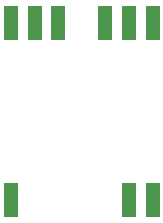
<source format=gbp>
%TF.GenerationSoftware,KiCad,Pcbnew,6.0.5-a6ca702e91~116~ubuntu20.04.1*%
%TF.CreationDate,2022-06-29T22:37:49-06:00*%
%TF.ProjectId,fancy-node,66616e63-792d-46e6-9f64-652e6b696361,rev?*%
%TF.SameCoordinates,Original*%
%TF.FileFunction,Paste,Bot*%
%TF.FilePolarity,Positive*%
%FSLAX46Y46*%
G04 Gerber Fmt 4.6, Leading zero omitted, Abs format (unit mm)*
G04 Created by KiCad (PCBNEW 6.0.5-a6ca702e91~116~ubuntu20.04.1) date 2022-06-29 22:37:49*
%MOMM*%
%LPD*%
G01*
G04 APERTURE LIST*
%ADD10R,1.198880X2.999740*%
G04 APERTURE END LIST*
D10*
%TO.C,U6*%
X46500520Y-66401920D03*
X48502040Y-66401920D03*
X50501020Y-66401920D03*
X54498980Y-66401920D03*
X56497960Y-66401920D03*
X58499480Y-66401920D03*
X58499480Y-81398080D03*
X56497960Y-81398080D03*
X46500520Y-81398080D03*
%TD*%
M02*

</source>
